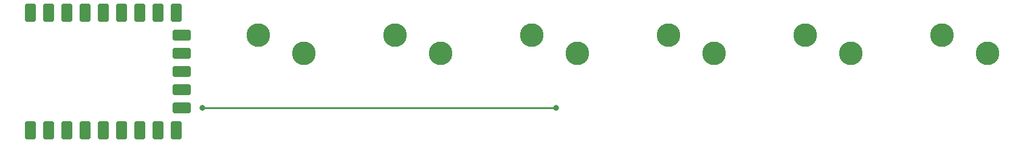
<source format=gbr>
%TF.GenerationSoftware,KiCad,Pcbnew,(6.0.6)*%
%TF.CreationDate,2022-10-04T12:54:13+11:00*%
%TF.ProjectId,freshboard,66726573-6862-46f6-9172-642e6b696361,rev?*%
%TF.SameCoordinates,Original*%
%TF.FileFunction,Copper,L2,Bot*%
%TF.FilePolarity,Positive*%
%FSLAX46Y46*%
G04 Gerber Fmt 4.6, Leading zero omitted, Abs format (unit mm)*
G04 Created by KiCad (PCBNEW (6.0.6)) date 2022-10-04 12:54:13*
%MOMM*%
%LPD*%
G01*
G04 APERTURE LIST*
G04 Aperture macros list*
%AMRoundRect*
0 Rectangle with rounded corners*
0 $1 Rounding radius*
0 $2 $3 $4 $5 $6 $7 $8 $9 X,Y pos of 4 corners*
0 Add a 4 corners polygon primitive as box body*
4,1,4,$2,$3,$4,$5,$6,$7,$8,$9,$2,$3,0*
0 Add four circle primitives for the rounded corners*
1,1,$1+$1,$2,$3*
1,1,$1+$1,$4,$5*
1,1,$1+$1,$6,$7*
1,1,$1+$1,$8,$9*
0 Add four rect primitives between the rounded corners*
20,1,$1+$1,$2,$3,$4,$5,0*
20,1,$1+$1,$4,$5,$6,$7,0*
20,1,$1+$1,$6,$7,$8,$9,0*
20,1,$1+$1,$8,$9,$2,$3,0*%
G04 Aperture macros list end*
%TA.AperFunction,ComponentPad*%
%ADD10C,3.300000*%
%TD*%
%TA.AperFunction,ComponentPad*%
%ADD11RoundRect,0.400000X0.400000X-0.900000X0.400000X0.900000X-0.400000X0.900000X-0.400000X-0.900000X0*%
%TD*%
%TA.AperFunction,ComponentPad*%
%ADD12RoundRect,0.400050X0.400050X-0.899950X0.400050X0.899950X-0.400050X0.899950X-0.400050X-0.899950X0*%
%TD*%
%TA.AperFunction,ComponentPad*%
%ADD13RoundRect,0.400000X0.900000X-0.400000X0.900000X0.400000X-0.900000X0.400000X-0.900000X-0.400000X0*%
%TD*%
%TA.AperFunction,ComponentPad*%
%ADD14RoundRect,0.393700X0.906300X-0.393700X0.906300X0.393700X-0.906300X0.393700X-0.906300X-0.393700X0*%
%TD*%
%TA.AperFunction,ViaPad*%
%ADD15C,0.800000*%
%TD*%
%TA.AperFunction,Conductor*%
%ADD16C,0.250000*%
%TD*%
G04 APERTURE END LIST*
D10*
%TO.P,SW6,1,1*%
%TO.N,col5*%
X201930000Y-91440000D03*
%TO.P,SW6,2,2*%
%TO.N,Net-(SW6-Pad2)*%
X195580000Y-88900000D03*
%TD*%
%TO.P,SW5,1,1*%
%TO.N,col4*%
X182880000Y-91440000D03*
%TO.P,SW5,2,2*%
%TO.N,Net-(SW5-Pad2)*%
X176530000Y-88900000D03*
%TD*%
%TO.P,SW1,1,1*%
%TO.N,col0*%
X106680000Y-91440000D03*
%TO.P,SW1,2,2*%
%TO.N,Net-(SW1-Pad2)*%
X100330000Y-88900000D03*
%TD*%
D11*
%TO.P,RZ1,1,GP0*%
%TO.N,unconnected-(RZ1-Pad1)*%
X68505000Y-85760000D03*
%TO.P,RZ1,2,GP1*%
%TO.N,unconnected-(RZ1-Pad2)*%
X71045000Y-85760000D03*
%TO.P,RZ1,3,GP2*%
%TO.N,unconnected-(RZ1-Pad3)*%
X73585000Y-85760000D03*
%TO.P,RZ1,4,GP3*%
%TO.N,unconnected-(RZ1-Pad4)*%
X76125000Y-85760000D03*
%TO.P,RZ1,5,GP4*%
%TO.N,unconnected-(RZ1-Pad5)*%
X78665000Y-85760000D03*
D12*
%TO.P,RZ1,6,GP5*%
%TO.N,unconnected-(RZ1-Pad6)*%
X81205000Y-85760000D03*
%TO.P,RZ1,7,GP6*%
%TO.N,unconnected-(RZ1-Pad7)*%
X83745000Y-85760000D03*
%TO.P,RZ1,8,GP7*%
%TO.N,unconnected-(RZ1-Pad8)*%
X86285000Y-85760000D03*
%TO.P,RZ1,9,GP8*%
%TO.N,unconnected-(RZ1-Pad9)*%
X88825000Y-85760000D03*
D13*
%TO.P,RZ1,10,GP9*%
%TO.N,unconnected-(RZ1-Pad10)*%
X89635000Y-88900000D03*
D14*
%TO.P,RZ1,11,GP10*%
%TO.N,col5*%
X89635000Y-91440000D03*
%TO.P,RZ1,12,GP11*%
%TO.N,col4*%
X89635000Y-93980000D03*
%TO.P,RZ1,13,GP12*%
%TO.N,col3*%
X89635000Y-96520000D03*
%TO.P,RZ1,14,GP13*%
%TO.N,col2*%
X89635000Y-99060000D03*
D12*
%TO.P,RZ1,15,GP14*%
%TO.N,col1*%
X88825000Y-102200000D03*
%TO.P,RZ1,16,GP15*%
%TO.N,col0*%
X86285000Y-102200000D03*
%TO.P,RZ1,17,GP26*%
%TO.N,row0*%
X83745000Y-102200000D03*
%TO.P,RZ1,18,GP27*%
%TO.N,unconnected-(RZ1-Pad18)*%
X81205000Y-102200000D03*
%TO.P,RZ1,19,GP28*%
%TO.N,unconnected-(RZ1-Pad19)*%
X68505000Y-102200000D03*
%TO.P,RZ1,20,GP29*%
%TO.N,unconnected-(RZ1-Pad20)*%
X71045000Y-102200000D03*
%TO.P,RZ1,21,3V3*%
%TO.N,unconnected-(RZ1-Pad21)*%
X73585000Y-102200000D03*
%TO.P,RZ1,22,5V*%
%TO.N,unconnected-(RZ1-Pad22)*%
X78665000Y-102200000D03*
%TO.P,RZ1,23,GND*%
%TO.N,GND*%
X76125000Y-102200000D03*
%TD*%
D10*
%TO.P,SW4,1,1*%
%TO.N,col3*%
X163830000Y-91440000D03*
%TO.P,SW4,2,2*%
%TO.N,Net-(SW4-Pad2)*%
X157480000Y-88900000D03*
%TD*%
%TO.P,SW2,1,1*%
%TO.N,col1*%
X125730000Y-91440000D03*
%TO.P,SW2,2,2*%
%TO.N,Net-(SW2-Pad2)*%
X119380000Y-88900000D03*
%TD*%
%TO.P,SW3,1,1*%
%TO.N,col2*%
X144780000Y-91440000D03*
%TO.P,SW3,2,2*%
%TO.N,Net-(SW3-Pad2)*%
X138430000Y-88900000D03*
%TD*%
D15*
%TO.N,col2*%
X141750000Y-99060000D03*
X92500000Y-99060000D03*
%TD*%
D16*
%TO.N,col2*%
X92500000Y-99060000D02*
X141750000Y-99060000D01*
%TD*%
M02*

</source>
